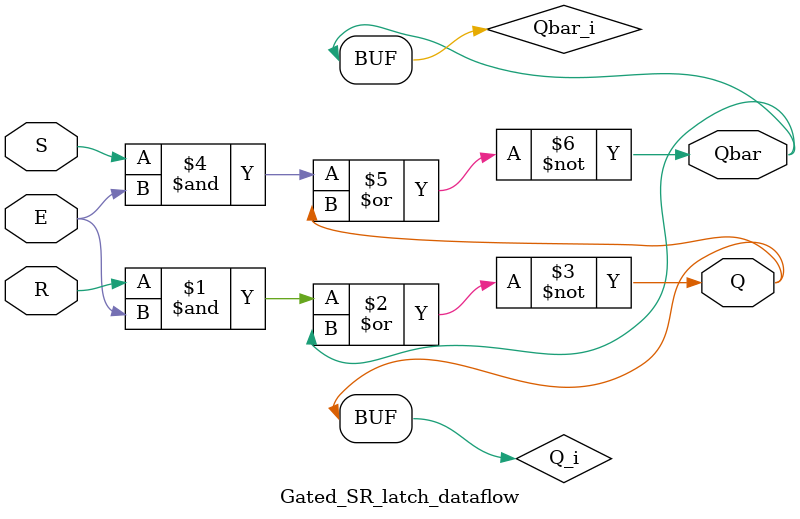
<source format=v>
`timescale 1ns / 1ps


module Gated_SR_latch_dataflow (
    input R, 
    input S,
    input E, 
    output Q, 
    output Qbar);
    
    assign #2 Q_i = Q; 
    assign #2 Qbar_i = Qbar; 
    assign #2 Q = ~ ( (R&E) | Qbar); 
    assign #2 Qbar = ~ ( (S&E) | Q); 
endmodule

</source>
